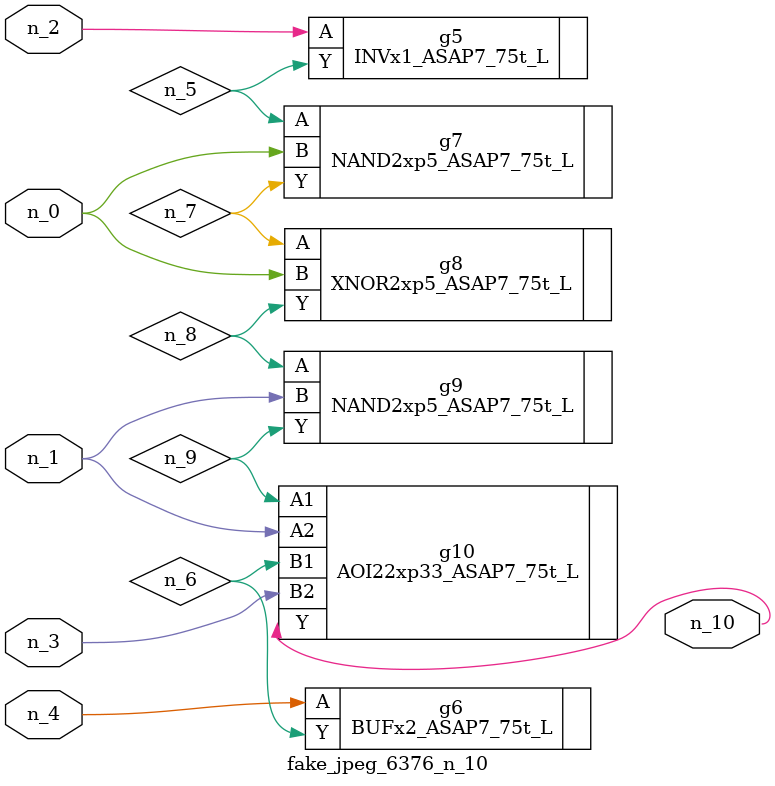
<source format=v>
module fake_jpeg_6376_n_10 (n_3, n_2, n_1, n_0, n_4, n_10);

input n_3;
input n_2;
input n_1;
input n_0;
input n_4;

output n_10;

wire n_8;
wire n_9;
wire n_6;
wire n_5;
wire n_7;

INVx1_ASAP7_75t_L g5 ( 
.A(n_2),
.Y(n_5)
);

BUFx2_ASAP7_75t_L g6 ( 
.A(n_4),
.Y(n_6)
);

NAND2xp5_ASAP7_75t_L g7 ( 
.A(n_5),
.B(n_0),
.Y(n_7)
);

XNOR2xp5_ASAP7_75t_L g8 ( 
.A(n_7),
.B(n_0),
.Y(n_8)
);

NAND2xp5_ASAP7_75t_L g9 ( 
.A(n_8),
.B(n_1),
.Y(n_9)
);

AOI22xp33_ASAP7_75t_L g10 ( 
.A1(n_9),
.A2(n_1),
.B1(n_6),
.B2(n_3),
.Y(n_10)
);


endmodule
</source>
